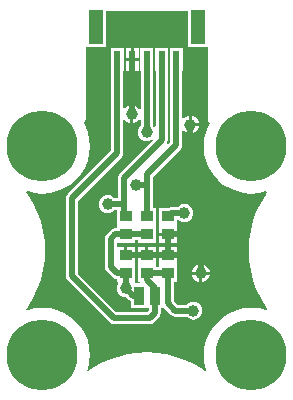
<source format=gtl>
G04*
G04 #@! TF.GenerationSoftware,Altium Limited,Altium Designer,18.1.7 (191)*
G04*
G04 Layer_Physical_Order=1*
G04 Layer_Color=5020405*
%FSLAX44Y44*%
%MOMM*%
G71*
G01*
G75*
%ADD11C,0.5000*%
%ADD17R,0.6000X1.5000*%
%ADD18R,1.2000X3.0000*%
%ADD19R,0.9800X0.9300*%
%ADD20R,0.8800X1.5600*%
%ADD26C,6.0000*%
%ADD27C,1.0000*%
G36*
X34710Y172150D02*
X51719D01*
Y111363D01*
X52015Y109876D01*
X52857Y108616D01*
X53580Y108133D01*
X52649Y106616D01*
X50240Y100799D01*
X48770Y94677D01*
X48276Y88400D01*
X48770Y82123D01*
X50240Y76001D01*
X52649Y70184D01*
X55939Y64816D01*
X60028Y60028D01*
X64816Y55939D01*
X70184Y52649D01*
X76001Y50240D01*
X82123Y48770D01*
X88400Y48276D01*
X94677Y48770D01*
X100799Y50240D01*
X101305Y50450D01*
X102086Y49448D01*
X100548Y47375D01*
X96246Y40197D01*
X92668Y32633D01*
X89849Y24753D01*
X87816Y16636D01*
X86588Y8358D01*
X86177Y0D01*
X86588Y-8358D01*
X87816Y-16636D01*
X89849Y-24753D01*
X92668Y-32633D01*
X96246Y-40197D01*
X100548Y-47375D01*
X102086Y-49448D01*
X101305Y-50450D01*
X100799Y-50240D01*
X94677Y-48770D01*
X88400Y-48276D01*
X82123Y-48770D01*
X76001Y-50240D01*
X70184Y-52649D01*
X64816Y-55939D01*
X60028Y-60028D01*
X55939Y-64816D01*
X52649Y-70184D01*
X50240Y-76001D01*
X48770Y-82123D01*
X48276Y-88400D01*
X48770Y-94677D01*
X50240Y-100799D01*
X50476Y-101369D01*
X49475Y-102151D01*
X47355Y-100578D01*
X40177Y-96276D01*
X32613Y-92698D01*
X24733Y-89879D01*
X16616Y-87846D01*
X8338Y-86618D01*
X19Y-86209D01*
X0Y-86205D01*
Y-86177D01*
X-8358Y-86588D01*
X-16636Y-87816D01*
X-24753Y-89849D01*
X-32633Y-92668D01*
X-40197Y-96246D01*
X-47375Y-100548D01*
X-49448Y-102086D01*
X-50450Y-101305D01*
X-50240Y-100799D01*
X-48770Y-94677D01*
X-48276Y-88400D01*
X-48770Y-82123D01*
X-50240Y-76001D01*
X-52649Y-70184D01*
X-55939Y-64816D01*
X-60028Y-60028D01*
X-64816Y-55939D01*
X-70184Y-52649D01*
X-76001Y-50240D01*
X-82123Y-48770D01*
X-88400Y-48276D01*
X-94677Y-48770D01*
X-100799Y-50240D01*
X-101305Y-50450D01*
X-102086Y-49448D01*
X-100548Y-47375D01*
X-96246Y-40197D01*
X-92668Y-32633D01*
X-89849Y-24753D01*
X-87816Y-16636D01*
X-86588Y-8358D01*
X-86177Y0D01*
X-86588Y8358D01*
X-87816Y16636D01*
X-89849Y24753D01*
X-92668Y32633D01*
X-96246Y40197D01*
X-100548Y47375D01*
X-102086Y49448D01*
X-101305Y50450D01*
X-100799Y50240D01*
X-94677Y48770D01*
X-88400Y48276D01*
X-82123Y48770D01*
X-76001Y50240D01*
X-70184Y52649D01*
X-64816Y55939D01*
X-60028Y60028D01*
X-55939Y64816D01*
X-52649Y70184D01*
X-50240Y76001D01*
X-48770Y82123D01*
X-48276Y88400D01*
X-48770Y94677D01*
X-50240Y100799D01*
X-52649Y106616D01*
X-53572Y108122D01*
X-52907Y108566D01*
X-52065Y109826D01*
X-51769Y111313D01*
Y172150D01*
X-34710D01*
Y203125D01*
X34710D01*
Y172150D01*
D02*
G37*
%LPC*%
G36*
X-6960Y171730D02*
X-11230D01*
Y162960D01*
X-6960D01*
Y171730D01*
D02*
G37*
G36*
X-13770D02*
X-18040D01*
Y162960D01*
X-13770D01*
Y171730D01*
D02*
G37*
G36*
X-6960Y160420D02*
X-11230D01*
Y151650D01*
X-6960D01*
Y160420D01*
D02*
G37*
G36*
X-13770D02*
X-18040D01*
Y151650D01*
X-13770D01*
Y160420D01*
D02*
G37*
G36*
X38100Y114118D02*
Y107950D01*
X44268D01*
X44176Y108648D01*
X43416Y110483D01*
X42208Y112058D01*
X40633Y113266D01*
X38798Y114026D01*
X38100Y114118D01*
D02*
G37*
G36*
X44268Y105410D02*
X38100D01*
Y99242D01*
X38798Y99334D01*
X40633Y100094D01*
X42208Y101302D01*
X43416Y102878D01*
X44176Y104712D01*
X44268Y105410D01*
D02*
G37*
G36*
X30540Y171730D02*
X19460D01*
Y151650D01*
X19861D01*
Y91898D01*
X17772Y89809D01*
X16786Y90619D01*
X17248Y91310D01*
X17639Y93277D01*
Y151650D01*
X18040D01*
Y171730D01*
X6960D01*
Y151650D01*
X7361D01*
Y105209D01*
X6091Y104777D01*
X5378Y105708D01*
X5139Y105891D01*
Y151650D01*
X5540D01*
Y171730D01*
X-5540D01*
Y151650D01*
X-5139D01*
Y120188D01*
X-6409Y119757D01*
X-7322Y120948D01*
X-8898Y122156D01*
X-10732Y122916D01*
X-11430Y123008D01*
Y115570D01*
Y108132D01*
X-10732Y108224D01*
X-8898Y108984D01*
X-7322Y110192D01*
X-6409Y111383D01*
X-5139Y110952D01*
Y105891D01*
X-5378Y105708D01*
X-6586Y104132D01*
X-7346Y102298D01*
X-7605Y100330D01*
X-7346Y98362D01*
X-6586Y96528D01*
X-5378Y94952D01*
X-3803Y93744D01*
X-1968Y92984D01*
X0Y92725D01*
X1968Y92984D01*
X3803Y93744D01*
X4237Y94077D01*
X5076Y93120D01*
X-22564Y65480D01*
X-23678Y63813D01*
X-24069Y61847D01*
Y44509D01*
X-27459D01*
X-27642Y44748D01*
X-29218Y45956D01*
X-31052Y46716D01*
X-33020Y46975D01*
X-34988Y46716D01*
X-36823Y45956D01*
X-38398Y44748D01*
X-39606Y43172D01*
X-40366Y41338D01*
X-40625Y39370D01*
X-40366Y37402D01*
X-39606Y35568D01*
X-38398Y33992D01*
X-36823Y32784D01*
X-34988Y32024D01*
X-33020Y31765D01*
X-31052Y32024D01*
X-29218Y32784D01*
X-27642Y33992D01*
X-27459Y34231D01*
X-25240D01*
Y22100D01*
X-25240D01*
Y21080D01*
X-25240D01*
Y18949D01*
X-26750D01*
X-28716Y18557D01*
X-30384Y17444D01*
X-34114Y13714D01*
X-35228Y12047D01*
X-35619Y10080D01*
Y-13970D01*
X-35228Y-15936D01*
X-34114Y-17604D01*
X-28954Y-22764D01*
X-27287Y-23878D01*
X-25320Y-24269D01*
X-25240D01*
Y-26320D01*
X-24718D01*
X-24092Y-27590D01*
X-24366Y-27947D01*
X-25126Y-29782D01*
X-25385Y-31750D01*
X-25126Y-33718D01*
X-24366Y-35552D01*
X-23158Y-37128D01*
X-21583Y-38336D01*
X-19748Y-39096D01*
X-17780Y-39355D01*
X-17499Y-39318D01*
X-15084Y-41734D01*
X-13417Y-42848D01*
X-13290Y-42873D01*
Y-48440D01*
X1511D01*
Y-50911D01*
X411Y-52011D01*
X-25812D01*
X-58361Y-19461D01*
Y42322D01*
X-21366Y79316D01*
X-20252Y80983D01*
X-19861Y82950D01*
Y110431D01*
X-18591Y110862D01*
X-18078Y110192D01*
X-16502Y108984D01*
X-14668Y108224D01*
X-13970Y108132D01*
Y115570D01*
Y123008D01*
X-14668Y122916D01*
X-16502Y122156D01*
X-18078Y120948D01*
X-18591Y120278D01*
X-19861Y120709D01*
Y151650D01*
X-19460D01*
Y171730D01*
X-30540D01*
Y151650D01*
X-30139D01*
Y85078D01*
X-67134Y48084D01*
X-68248Y46417D01*
X-68639Y44450D01*
Y-21590D01*
X-68248Y-23556D01*
X-67134Y-25224D01*
X-31574Y-60784D01*
X-29906Y-61898D01*
X-27940Y-62289D01*
X2540D01*
X4507Y-61898D01*
X6174Y-60784D01*
X10284Y-56674D01*
X11398Y-55006D01*
X11789Y-53040D01*
Y-48440D01*
X13590D01*
X13590Y-48440D01*
Y-48440D01*
X13590Y-48440D01*
X14755Y-48693D01*
X20496Y-54434D01*
X22164Y-55548D01*
X24130Y-55939D01*
X33809D01*
X33992Y-56178D01*
X35568Y-57386D01*
X37402Y-58146D01*
X39370Y-58405D01*
X41338Y-58146D01*
X43172Y-57386D01*
X44748Y-56178D01*
X45956Y-54602D01*
X46716Y-52768D01*
X46975Y-50800D01*
X46716Y-48832D01*
X45956Y-46997D01*
X44748Y-45422D01*
X43172Y-44214D01*
X41338Y-43454D01*
X39370Y-43195D01*
X37402Y-43454D01*
X35568Y-44214D01*
X33992Y-45422D01*
X33809Y-45661D01*
X26258D01*
X22919Y-42322D01*
Y-26320D01*
X25220D01*
Y-12190D01*
X25220Y-11940D01*
Y-10920D01*
X25220Y-10670D01*
Y-5000D01*
X17780D01*
X10340D01*
Y-10670D01*
X10340Y-10920D01*
Y-11940D01*
X10340Y-12190D01*
Y-13991D01*
X7440D01*
Y-12190D01*
X7440Y-11940D01*
Y-10920D01*
X7440Y-10670D01*
Y-5000D01*
X0D01*
X-7440D01*
Y-10670D01*
X-7440Y-10920D01*
Y-11940D01*
X-7440Y-12190D01*
Y-26320D01*
X-6278D01*
X-6187Y-26490D01*
X-6947Y-27760D01*
X-10136D01*
X-10266Y-27551D01*
X-10360Y-26320D01*
X-10360D01*
Y-12190D01*
X-10360Y-11940D01*
Y-10920D01*
X-10360Y-10670D01*
Y-5000D01*
X-17800D01*
Y-3730D01*
X-19070D01*
Y3460D01*
X-25240Y3460D01*
X-25341Y4688D01*
Y5472D01*
X-25240Y6700D01*
X-10360D01*
Y8671D01*
X-7460D01*
Y6620D01*
X7420D01*
Y21000D01*
X7420D01*
Y22020D01*
X7420D01*
Y36400D01*
X5119D01*
Y55880D01*
Y62621D01*
X28634Y86136D01*
X29748Y87803D01*
X30139Y89770D01*
Y100928D01*
X31409Y101359D01*
X31452Y101302D01*
X33028Y100094D01*
X34862Y99334D01*
X35560Y99242D01*
Y106680D01*
Y114118D01*
X34862Y114026D01*
X33028Y113266D01*
X31452Y112058D01*
X31409Y112001D01*
X30139Y112432D01*
Y151650D01*
X30540D01*
Y171730D01*
D02*
G37*
G36*
X31750Y39355D02*
X29782Y39096D01*
X27947Y38336D01*
X26372Y37128D01*
X26189Y36889D01*
X20220D01*
X18254Y36498D01*
X18227Y36480D01*
X10320D01*
Y22350D01*
X10320Y22100D01*
Y21080D01*
X10320Y20830D01*
Y15160D01*
X17760D01*
X25200D01*
Y20830D01*
X25200Y21080D01*
Y22100D01*
X25200Y22350D01*
Y25814D01*
X26046Y26217D01*
X26470Y26298D01*
X27947Y25164D01*
X29782Y24404D01*
X31750Y24145D01*
X33718Y24404D01*
X35552Y25164D01*
X37128Y26372D01*
X38336Y27947D01*
X39096Y29782D01*
X39355Y31750D01*
X39096Y33718D01*
X38336Y35552D01*
X37128Y37128D01*
X35552Y38336D01*
X33718Y39096D01*
X31750Y39355D01*
D02*
G37*
G36*
X25200Y12620D02*
X19030D01*
Y6700D01*
X25200D01*
Y12620D01*
D02*
G37*
G36*
X16490D02*
X10320D01*
Y6700D01*
X16490D01*
Y12620D01*
D02*
G37*
G36*
X25220Y3460D02*
X19050D01*
Y-2460D01*
X25220D01*
Y3460D01*
D02*
G37*
G36*
X7440D02*
X1270D01*
Y-2460D01*
X7440D01*
Y3460D01*
D02*
G37*
G36*
X16510D02*
X10340D01*
Y-2460D01*
X16510D01*
Y3460D01*
D02*
G37*
G36*
X-1270D02*
X-7440D01*
Y-2460D01*
X-1270D01*
Y3460D01*
D02*
G37*
G36*
X-16530D02*
Y-2460D01*
X-10360D01*
Y3460D01*
X-16530D01*
D02*
G37*
G36*
X46990Y-11612D02*
Y-17780D01*
X53158D01*
X53066Y-17082D01*
X52306Y-15247D01*
X51098Y-13672D01*
X49523Y-12464D01*
X47688Y-11704D01*
X46990Y-11612D01*
D02*
G37*
G36*
X44450D02*
X43752Y-11704D01*
X41918Y-12464D01*
X40342Y-13672D01*
X39134Y-15247D01*
X38374Y-17082D01*
X38282Y-17780D01*
X44450D01*
Y-11612D01*
D02*
G37*
G36*
X53158Y-20320D02*
X46990D01*
Y-26488D01*
X47688Y-26396D01*
X49523Y-25636D01*
X51098Y-24428D01*
X52306Y-22852D01*
X53066Y-21018D01*
X53158Y-20320D01*
D02*
G37*
G36*
X44450D02*
X38282D01*
X38374Y-21018D01*
X39134Y-22852D01*
X40342Y-24428D01*
X41918Y-25636D01*
X43752Y-26396D01*
X44450Y-26488D01*
Y-20320D01*
D02*
G37*
%LPD*%
D11*
X-25000Y82950D02*
Y161690D01*
X-63500Y44450D02*
X-25000Y82950D01*
X-12700Y115570D02*
Y161490D01*
X-12500Y161690D01*
X0Y100330D02*
Y161690D01*
X46990Y22860D02*
Y39370D01*
X36830Y49530D02*
X46990Y39370D01*
X36830Y49530D02*
Y106680D01*
X-26750Y13810D02*
X-20D01*
X-17790Y-31760D02*
X-11450Y-38100D01*
X-17800Y-31750D02*
Y-19130D01*
X20220Y31750D02*
X31750D01*
X17760Y29290D02*
X20220Y31750D01*
X-27940Y-57150D02*
X2540D01*
X-63500Y-21590D02*
X-27940Y-57150D01*
X-63500Y-21590D02*
Y44450D01*
X17780Y-44450D02*
Y-19130D01*
Y-44450D02*
X24130Y-50800D01*
X39370D01*
X38020Y13890D02*
X46990Y22860D01*
X17760Y13890D02*
X38020D01*
X45720Y-19050D02*
Y-11430D01*
X38020Y-3730D02*
X45720Y-11430D01*
X17780Y-3730D02*
X38020D01*
X0Y-25122D02*
Y-19130D01*
Y-25122D02*
X6650Y-31772D01*
Y-38100D02*
Y-31772D01*
X17760Y13890D02*
X17780Y13870D01*
Y-3730D02*
Y13870D01*
X0Y-3730D02*
X17780D01*
X-17800D02*
X0D01*
X-18930Y30420D02*
Y39370D01*
Y30420D02*
X-17800Y29290D01*
X-33020Y39370D02*
X-18930D01*
X-25320Y-19130D02*
X-17800D01*
X-30480Y-13970D02*
X-25320Y-19130D01*
X-30480Y-13970D02*
Y10080D01*
X-26750Y13810D01*
X-11450Y-38100D02*
X-6350D01*
X6650Y-53040D02*
Y-38100D01*
X2540Y-57150D02*
X6650Y-53040D01*
X-18930Y39370D02*
Y61847D01*
X-20Y55880D02*
Y64750D01*
Y29210D02*
Y55880D01*
X-8890D02*
X-20D01*
X-18930Y61847D02*
X12500Y93277D01*
X-20Y64750D02*
X25000Y89770D01*
Y161690D01*
X12500Y93277D02*
Y161690D01*
X-0D02*
X0Y161690D01*
Y-19130D02*
X17780D01*
D17*
X-0Y161690D02*
D03*
X12500D02*
D03*
X25000D02*
D03*
X-25000D02*
D03*
X-12500D02*
D03*
D18*
X43250Y189690D02*
D03*
X-43250D02*
D03*
D19*
X-17800Y-3730D02*
D03*
Y-19130D02*
D03*
X0Y-3730D02*
D03*
Y-19130D02*
D03*
X17780Y-3730D02*
D03*
Y-19130D02*
D03*
X17760Y13890D02*
D03*
Y29290D02*
D03*
X-20Y29210D02*
D03*
Y13810D02*
D03*
X-17800Y29290D02*
D03*
Y13890D02*
D03*
D20*
X-6350Y-38100D02*
D03*
X6650D02*
D03*
D26*
X-88400Y88400D02*
D03*
Y-88400D02*
D03*
X88400D02*
D03*
Y88400D02*
D03*
D27*
X-12700Y115570D02*
D03*
X0Y100330D02*
D03*
X36830Y106680D02*
D03*
X39370Y-50800D02*
D03*
X31750Y31750D02*
D03*
X45720Y-19050D02*
D03*
X-17780Y-31750D02*
D03*
X-33020Y39370D02*
D03*
X-8890Y55880D02*
D03*
M02*

</source>
